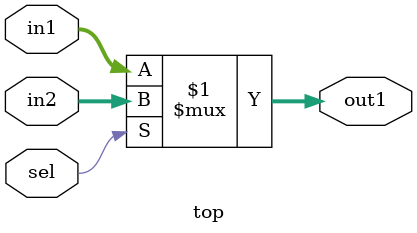
<source format=sv>
module top (
	input logic [3:0] in1,
	input logic [3:0] in2,
	input logic sel,
	output logic [3:0] out1
);

	assign out1 = sel ? in2 : in1;

endmodule



</source>
